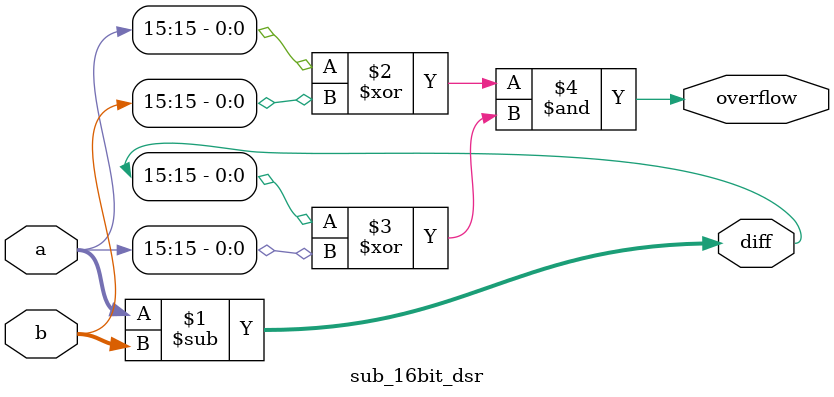
<source format=v>
module sub_16bit_dsr (
    input [15:0] a,
    input [15:0] b,
    output [15:0] diff,
    output overflow
);

    assign diff = a - b;
    assign overflow = (a[15] ^ b[15]) & (diff[15] ^ a[15]);
endmodule
</source>
